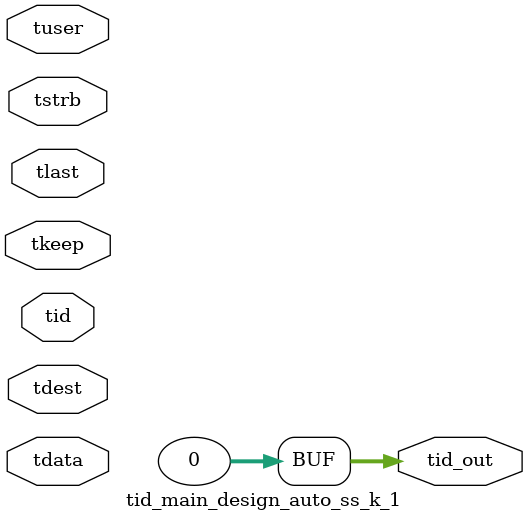
<source format=v>


`timescale 1ps/1ps

module tid_main_design_auto_ss_k_1 #
(
parameter C_S_AXIS_TID_WIDTH   = 1,
parameter C_S_AXIS_TUSER_WIDTH = 0,
parameter C_S_AXIS_TDATA_WIDTH = 0,
parameter C_S_AXIS_TDEST_WIDTH = 0,
parameter C_M_AXIS_TID_WIDTH   = 32
)
(
input  [(C_S_AXIS_TID_WIDTH   == 0 ? 1 : C_S_AXIS_TID_WIDTH)-1:0       ] tid,
input  [(C_S_AXIS_TDATA_WIDTH == 0 ? 1 : C_S_AXIS_TDATA_WIDTH)-1:0     ] tdata,
input  [(C_S_AXIS_TUSER_WIDTH == 0 ? 1 : C_S_AXIS_TUSER_WIDTH)-1:0     ] tuser,
input  [(C_S_AXIS_TDEST_WIDTH == 0 ? 1 : C_S_AXIS_TDEST_WIDTH)-1:0     ] tdest,
input  [(C_S_AXIS_TDATA_WIDTH/8)-1:0 ] tkeep,
input  [(C_S_AXIS_TDATA_WIDTH/8)-1:0 ] tstrb,
input                                                                    tlast,
output [(C_M_AXIS_TID_WIDTH   == 0 ? 1 : C_M_AXIS_TID_WIDTH)-1:0       ] tid_out
);

assign tid_out = {1'b0};

endmodule


</source>
